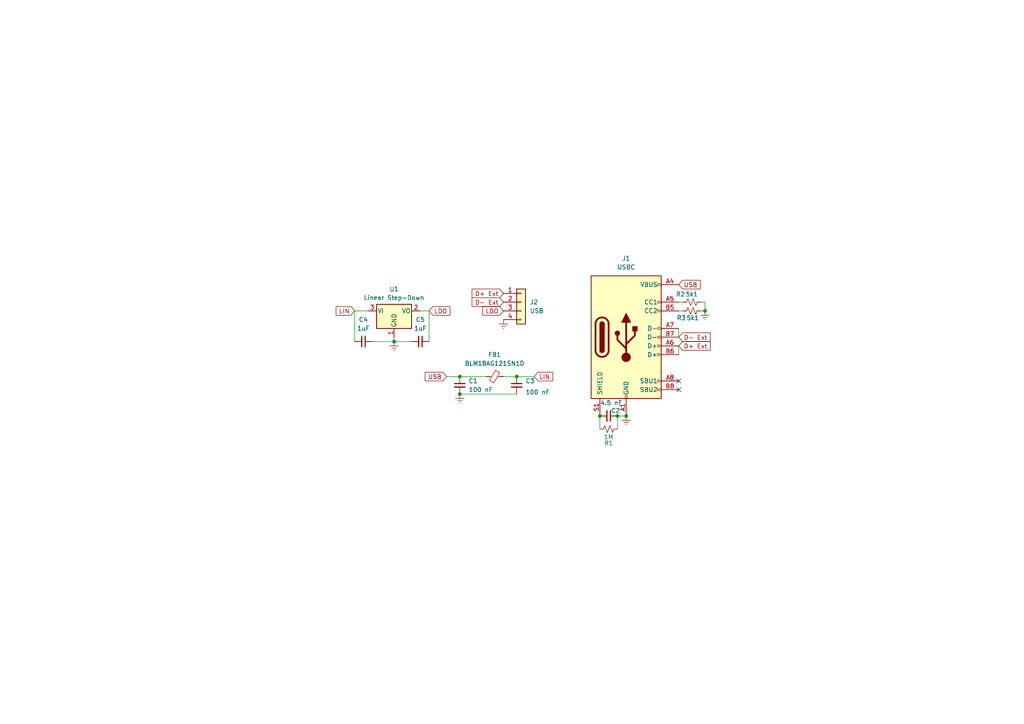
<source format=kicad_sch>
(kicad_sch (version 20231120) (generator "eeschema") (generator_version "8.0")
  (paper "A4")
  (lib_symbols
    (symbol "Connector:USB_C_Receptacle_USB2.0" (pin_names (offset 1.016))
      (property "Reference" "J" (at -10.16 19.05 0))
      (property "Value" "USB_C_Receptacle_USB2.0" (at 19.05 19.05 0))
      (symbol "USB_C_Receptacle_USB2.0_0_0"
        (rectangle (start -0.254 -17.78) (end 0.254 -16.764))
        (rectangle (start 10.16 -14.986) (end 9.144 -15.494))
        (rectangle (start 10.16 -12.446) (end 9.144 -12.954))
        (rectangle (start 10.16 -4.826) (end 9.144 -5.334))
        (rectangle (start 10.16 -2.286) (end 9.144 -2.794))
        (rectangle (start 10.16 0.254) (end 9.144 -0.254))
        (rectangle (start 10.16 2.794) (end 9.144 2.286))
        (rectangle (start 10.16 7.874) (end 9.144 7.366))
        (rectangle (start 10.16 10.414) (end 9.144 9.906))
        (rectangle (start 10.16 15.494) (end 9.144 14.986))
      )
      (symbol "USB_C_Receptacle_USB2.0_0_1"
        (rectangle (start -10.16 17.78) (end 10.16 -17.78) (stroke (width 0.254)) (fill (type background)))
        (arc (start -8.89 -3.81) (mid -6.985 -5.7067) (end -5.08 -3.81) (stroke (width 0.508)))
        (arc (start -7.62 -3.81) (mid -6.985 -4.4423) (end -6.35 -3.81) (stroke (width 0.254)))
        (arc (start -7.62 -3.81) (mid -6.985 -4.4423) (end -6.35 -3.81) (stroke (width 0.254)) (fill (type outline)))
        (rectangle (start -7.62 -3.81) (end -6.35 3.81) (stroke (width 0.254)) (fill (type outline)))
        (arc (start -6.35 3.81) (mid -6.985 4.4423) (end -7.62 3.81) (stroke (width 0.254)))
        (arc (start -6.35 3.81) (mid -6.985 4.4423) (end -7.62 3.81) (stroke (width 0.254)) (fill (type outline)))
        (arc (start -5.08 3.81) (mid -6.985 5.7067) (end -8.89 3.81) (stroke (width 0.508)))
        (circle (center -2.54 1.143) (radius 0.635) (stroke (width 0.254)) (fill (type outline)))
        (circle (center 0 -5.842) (radius 1.27) (fill (type outline)))
        (polyline (pts (xy -8.89 -3.81) (xy -8.89 3.81)) (stroke (width 0.508)))
        (polyline (pts (xy -5.08 3.81) (xy -5.08 -3.81)) (stroke (width 0.508)))
        (polyline (pts (xy 0 -5.842) (xy 0 4.318)) (stroke (width 0.508)))
        (polyline (pts (xy 0 -3.302) (xy -2.54 -0.762) (xy -2.54 0.508)) (stroke (width 0.508)))
        (polyline (pts (xy 0 -2.032) (xy 2.54 0.508) (xy 2.54 1.778)) (stroke (width 0.508)))
        (polyline (pts (xy -1.27 4.318) (xy 0 6.858) (xy 1.27 4.318) (xy -1.27 4.318)) (stroke (width 0.254)) (fill (type outline)))
        (rectangle (start 1.905 1.778) (end 3.175 3.048) (stroke (width 0.254)) (fill (type outline)))
      )
      (symbol "USB_C_Receptacle_USB2.0_1_1"
        (pin passive line (at 0 -22.86 90) (length 5.08) (name "GND") (number "A1"))
        (pin passive line (at 0 -22.86 90) (length 5.08) hide (name "GND") (number "A12"))
        (pin passive line (at 15.24 15.24 180) (length 5.08) (name "VBUS") (number "A4"))
        (pin bidirectional line (at 15.24 10.16 180) (length 5.08) (name "CC1") (number "A5"))
        (pin bidirectional line (at 15.24 -2.54 180) (length 5.08) (name "D+") (number "A6"))
        (pin bidirectional line (at 15.24 2.54 180) (length 5.08) (name "D-") (number "A7"))
        (pin bidirectional line (at 15.24 -12.7 180) (length 5.08) (name "SBU1") (number "A8"))
        (pin passive line (at 15.24 15.24 180) (length 5.08) hide (name "VBUS") (number "A9"))
        (pin passive line (at 0 -22.86 90) (length 5.08) hide (name "GND") (number "B1"))
        (pin passive line (at 0 -22.86 90) (length 5.08) hide (name "GND") (number "B12"))
        (pin passive line (at 15.24 15.24 180) (length 5.08) hide (name "VBUS") (number "B4"))
        (pin bidirectional line (at 15.24 7.62 180) (length 5.08) (name "CC2") (number "B5"))
        (pin bidirectional line (at 15.24 -5.08 180) (length 5.08) (name "D+") (number "B6"))
        (pin bidirectional line (at 15.24 0 180) (length 5.08) (name "D-") (number "B7"))
        (pin bidirectional line (at 15.24 -15.24 180) (length 5.08) (name "SBU2") (number "B8"))
        (pin passive line (at 15.24 15.24 180) (length 5.08) hide (name "VBUS") (number "B9"))
        (pin passive line (at -7.62 -22.86 90) (length 5.08) (name "SHIELD") (number "S1"))
      )
    )
    (symbol "Connector_Generic:Conn_01x04" (pin_names (offset 1.016) hide)
      (property "Reference" "J" (at 0 5.08 0))
      (property "Value" "Conn_01x04" (at 0 -7.62 0))
      (symbol "Conn_01x04_1_1"
        (rectangle (start -1.27 -4.953) (end 0 -5.207) (stroke (width 0.1524)))
        (rectangle (start -1.27 -2.413) (end 0 -2.667) (stroke (width 0.1524)))
        (rectangle (start -1.27 0.127) (end 0 -0.127) (stroke (width 0.1524)))
        (rectangle (start -1.27 2.667) (end 0 2.413) (stroke (width 0.1524)))
        (rectangle (start -1.27 3.81) (end 1.27 -6.35) (stroke (width 0.254)) (fill (type background)))
        (pin passive line (at -5.08 2.54 0) (length 3.81) (name "Pin_1") (number "1"))
        (pin passive line (at -5.08 0 0) (length 3.81) (name "Pin_2") (number "2"))
        (pin passive line (at -5.08 -2.54 0) (length 3.81) (name "Pin_3") (number "3"))
        (pin passive line (at -5.08 -5.08 0) (length 3.81) (name "Pin_4") (number "4"))
      )
    )
    (symbol "Device:C_Small" (pin_numbers hide) (pin_names (offset 0.254) hide)
      (property "Reference" "C" (at 0.254 1.778 0))
      (property "Value" "C_Small" (at 0.254 -2.032 0))
      (symbol "C_Small_0_1"
        (polyline (pts (xy -1.524 -0.508) (xy 1.524 -0.508)) (stroke (width 0.3302)))
        (polyline (pts (xy -1.524 0.508) (xy 1.524 0.508)) (stroke (width 0.3048)))
      )
      (symbol "C_Small_1_1"
        (pin passive line (at 0 2.54 270) (length 2.032) (name "~") (number "1"))
        (pin passive line (at 0 -2.54 90) (length 2.032) (name "~") (number "2"))
      )
    )
    (symbol "Device:FerriteBead_Small" (pin_numbers hide) (pin_names (offset 0))
      (property "Reference" "FB" (at 1.905 1.27 0))
      (property "Value" "FerriteBead_Small" (at 1.905 -1.27 0))
      (symbol "FerriteBead_Small_0_1"
        (polyline (pts (xy 0 -1.27) (xy 0 -0.7874)))
        (polyline (pts (xy 0 0.889) (xy 0 1.2954)))
        (polyline (pts (xy -1.8288 0.2794) (xy -1.1176 1.4986) (xy 1.8288 -0.2032) (xy 1.1176 -1.4224) (xy -1.8288 0.2794)))
      )
      (symbol "FerriteBead_Small_1_1"
        (pin passive line (at 0 2.54 270) (length 1.27) (name "~") (number "1"))
        (pin passive line (at 0 -2.54 90) (length 1.27) (name "~") (number "2"))
      )
    )
    (symbol "Device:R_Small_US" (pin_numbers hide) (pin_names (offset 0.254) hide)
      (property "Reference" "R" (at 0.762 0.508 0))
      (property "Value" "R_Small_US" (at 0.762 -1.016 0))
      (symbol "R_Small_US_1_1"
        (polyline (pts (xy 0 0) (xy 1.016 -0.381) (xy 0 -0.762) (xy -1.016 -1.143) (xy 0 -1.524)))
        (polyline (pts (xy 0 1.524) (xy 1.016 1.143) (xy 0 0.762) (xy -1.016 0.381) (xy 0 0)))
        (pin passive line (at 0 2.54 270) (length 1.016) (name "~") (number "1"))
        (pin passive line (at 0 -2.54 90) (length 1.016) (name "~") (number "2"))
      )
    )
    (symbol "Earth_2" (power) (pin_numbers hide) (pin_names (offset 0) hide)
      (symbol "Earth_2_0_1"
        (polyline (pts (xy -0.635 -1.905) (xy 0.635 -1.905)))
        (polyline (pts (xy -0.127 -2.54) (xy 0.127 -2.54)))
        (polyline (pts (xy 0 -1.27) (xy 0 0)))
        (polyline (pts (xy 1.27 -1.27) (xy -1.27 -1.27)))
      )
      (symbol "Earth_2_1_1"
        (pin power_in line (at 0 0 270) (length 0) hide (name "Earth") (number "1"))
      )
    )
    (symbol "Earth_4" (power) (pin_numbers hide) (pin_names (offset 0) hide)
      (symbol "Earth_4_0_1"
        (polyline (pts (xy -0.635 -1.905) (xy 0.635 -1.905)))
        (polyline (pts (xy -0.127 -2.54) (xy 0.127 -2.54)))
        (polyline (pts (xy 0 -1.27) (xy 0 0)))
        (polyline (pts (xy 1.27 -1.27) (xy -1.27 -1.27)))
      )
      (symbol "Earth_4_1_1"
        (pin power_in line (at 0 0 270) (length 0) hide (name "Earth") (number "1"))
      )
    )
    (symbol "Regulator_Linear:MCP1700x-330xxTT" (pin_names (offset 0.254))
      (property "Reference" "U" (at -3.81 3.175 0))
      (property "Value" "MCP1700x-330xxTT" (at 0 3.175 0))
      (symbol "MCP1700x-330xxTT_0_1"
        (rectangle (start -5.08 1.905) (end 5.08 -5.08) (stroke (width 0.254)) (fill (type background)))
      )
      (symbol "MCP1700x-330xxTT_1_1"
        (pin power_in line (at 0 -7.62 90) (length 2.54) (name "GND") (number "1"))
        (pin power_out line (at 7.62 0 180) (length 2.54) (name "VO") (number "2"))
        (pin power_in line (at -7.62 0 0) (length 2.54) (name "VI") (number "3"))
      )
    )
  )
  (junction (at 204.47 90.17))
  (junction (at 133.35 114.3))
  (junction (at 173.99 120.65))
  (junction (at 114.3 99.06))
  (junction (at 149.86 109.22))
  (junction (at 181.61 120.65))
  (junction (at 133.35 109.22))
  (junction (at 179.07 120.65))
  (no_connect (at 196.85 110.49))
  (no_connect (at 196.85 113.03))
  (wire (pts (xy 204.47 90.17) (xy 204.47 87.63)))
  (wire (pts (xy 204.47 87.63) (xy 203.2 87.63)))
  (wire (pts (xy 114.3 99.06) (xy 119.38 99.06)))
  (wire (pts (xy 196.85 100.33) (xy 196.85 102.87)))
  (wire (pts (xy 129.54 109.22) (xy 133.35 109.22)))
  (wire (pts (xy 179.07 120.65) (xy 179.07 124.46)))
  (wire (pts (xy 173.99 124.46) (xy 173.99 120.65)))
  (wire (pts (xy 149.86 109.22) (xy 154.94 109.22)))
  (wire (pts (xy 102.87 90.17) (xy 102.87 99.06)))
  (wire (pts (xy 179.07 120.65) (xy 181.61 120.65)))
  (wire (pts (xy 107.95 99.06) (xy 114.3 99.06)))
  (wire (pts (xy 121.92 90.17) (xy 124.46 90.17)))
  (wire (pts (xy 204.47 90.17) (xy 203.2 90.17)))
  (wire (pts (xy 198.12 90.17) (xy 196.85 90.17)))
  (wire (pts (xy 146.05 109.22) (xy 149.86 109.22)))
  (wire (pts (xy 124.46 90.17) (xy 124.46 99.06)))
  (wire (pts (xy 114.3 97.79) (xy 114.3 99.06)))
  (wire (pts (xy 198.12 87.63) (xy 196.85 87.63)))
  (wire (pts (xy 149.86 114.3) (xy 133.35 114.3)))
  (wire (pts (xy 133.35 109.22) (xy 140.97 109.22)))
  (wire (pts (xy 102.87 90.17) (xy 106.68 90.17)))
  (wire (pts (xy 196.85 95.25) (xy 196.85 97.79)))
  (global_label "USB" (shape input) (at 196.85 82.55 0) (property "Intersheetrefs" "${INTERSHEET_REFS}" (effects (hide yes))))
  (global_label "D+ Ext" (shape input) (at 196.85 100.33 0) (property "Intersheetrefs" "${INTERSHEET_REFS}" (effects (hide yes))))
  (global_label "LDO" (shape input) (at 146.05 90.17 180) (property "Intersheetrefs" "${INTERSHEET_REFS}" (effects (hide yes))))
  (global_label "D- Ext" (shape input) (at 146.05 87.63 180) (property "Intersheetrefs" "${INTERSHEET_REFS}" (effects (hide yes))))
  (global_label "D+ Ext" (shape input) (at 146.05 85.09 180) (property "Intersheetrefs" "${INTERSHEET_REFS}" (effects (hide yes))))
  (global_label "USB" (shape input) (at 129.54 109.22 180) (property "Intersheetrefs" "${INTERSHEET_REFS}" (effects (hide yes))))
  (global_label "LIN" (shape input) (at 154.94 109.22 0) (property "Intersheetrefs" "${INTERSHEET_REFS}" (effects (hide yes))))
  (global_label "D- Ext" (shape input) (at 196.85 97.79 0) (property "Intersheetrefs" "${INTERSHEET_REFS}" (effects (hide yes))))
  (global_label "LIN" (shape input) (at 102.87 90.17 180) (property "Intersheetrefs" "${INTERSHEET_REFS}" (effects (hide yes))))
  (global_label "LDO" (shape input) (at 124.46 90.17 0) (property "Intersheetrefs" "${INTERSHEET_REFS}" (effects (hide yes))))
  (symbol (lib_id "Device:R_Small_US") (at 176.53 124.46 90) (unit 1)
    (property "Reference" "R1" (at 176.53 128.524 90))
    (property "Value" "1M" (at 176.53 126.746 90))
    (property "Footprint" "Resistor_SMD:R_0805_2012Metric_Pad1.20x1.40mm_HandSolder" (effects (hide yes)))
    (property "Description" "Resistor, small US symbol" (effects (hide yes)))
  )
  (symbol (lib_id "Device:FerriteBead_Small") (at 143.51 109.22 90) (unit 1)
    (property "Reference" "FB1" (at 143.4719 102.87 90))
    (property "Value" "BLM18AG121SN1D" (at 143.4719 105.41 90))
    (property "Footprint" "Resistor_SMD:R_0603_1608Metric_Pad0.98x0.95mm_HandSolder" (effects (hide yes)))
    (property "Description" "Ferrite bead, small symbol" (effects (hide yes)))
  )
  (symbol (lib_id "Device:C_Small") (at 149.86 111.76 0) (unit 1)
    (property "Reference" "C3" (at 152.4 110.4962 0) (effects (justify left)))
    (property "Value" "100 nF" (at 152.4 113.0362 0) (effects (justify left top)))
    (property "Footprint" "Capacitor_SMD:C_0805_2012Metric_Pad1.18x1.45mm_HandSolder" (effects (hide yes)))
    (property "Description" "Unpolarized capacitor, small symbol" (effects (hide yes)))
  )
  (symbol (lib_name "Earth_2") (lib_id "power:Earth") (at 114.3 99.06 0) (unit 1)
    (property "Reference" "#PWR05" (effects (hide yes)))
    (property "Value" "Earth" (effects (hide yes)))
  )
  (symbol (lib_name "Earth_4") (lib_id "power:Earth") (at 204.47 90.17 0) (unit 1)
    (property "Reference" "#PWR04" (effects (hide yes)))
    (property "Value" "Earth" (effects (hide yes)))
  )
  (symbol (lib_id "Device:C_Small") (at 105.41 99.06 270) (unit 1)
    (property "Reference" "C4" (at 105.4036 92.71 90))
    (property "Value" "1uF" (at 105.4036 95.25 90))
    (property "Footprint" "Capacitor_SMD:C_0805_2012Metric_Pad1.18x1.45mm_HandSolder" (effects (hide yes)))
    (property "Description" "Unpolarized capacitor, small symbol" (effects (hide yes)))
  )
  (symbol (lib_id "Device:R_Small_US") (at 200.66 87.63 270) (unit 1)
    (property "Reference" "R2" (at 197.358 85.344 90))
    (property "Value" "5k1" (at 200.66 85.344 90))
    (property "Footprint" "Resistor_SMD:R_0805_2012Metric_Pad1.20x1.40mm_HandSolder" (effects (hide yes)))
    (property "Description" "Resistor, small US symbol" (effects (hide yes)))
  )
  (symbol (lib_id "Regulator_Linear:MCP1700x-330xxTT") (at 114.3 90.17 0) (unit 1)
    (property "Reference" "U1" (at 114.3 83.82 0))
    (property "Value" "Linear Step-Down" (at 114.3 86.36 0))
    (property "Footprint" "LDO:MCP1700" (effects (hide yes)))
    (property "Description" "250mA Low Quiscent Current LDO, 3.3V output, SOT-23" (effects (hide yes)))
  )
  (symbol (lib_name "Earth_2") (lib_id "power:Earth") (at 133.35 114.3 0) (unit 1)
    (property "Reference" "#PWR01" (effects (hide yes)))
    (property "Value" "Earth" (effects (hide yes)))
  )
  (symbol (lib_id "Device:C_Small") (at 133.35 111.76 0) (unit 1)
    (property "Reference" "C1" (at 135.89 110.4962 0) (effects (justify left)))
    (property "Value" "100 nF" (at 135.89 113.0362 0) (effects (justify left)))
    (property "Footprint" "Capacitor_SMD:C_0805_2012Metric_Pad1.18x1.45mm_HandSolder" (effects (hide yes)))
    (property "Description" "Unpolarized capacitor, small symbol" (effects (hide yes)))
  )
  (symbol (lib_id "Device:C_Small") (at 176.53 120.65 270) (unit 1)
    (property "Reference" "C2" (at 178.562 119.126 90))
    (property "Value" "4.5 nF" (at 177.292 116.84 90))
    (property "Footprint" "Capacitor_SMD:C_0805_2012Metric_Pad1.18x1.45mm_HandSolder" (effects (hide yes)))
    (property "Description" "Unpolarized capacitor, small symbol" (effects (hide yes)))
  )
  (symbol (lib_id "Device:C_Small") (at 121.92 99.06 270) (unit 1)
    (property "Reference" "C5" (at 121.9136 92.71 90))
    (property "Value" "1uF" (at 121.9136 95.25 90))
    (property "Footprint" "Capacitor_SMD:C_0805_2012Metric_Pad1.18x1.45mm_HandSolder" (effects (hide yes)))
    (property "Description" "Unpolarized capacitor, small symbol" (effects (hide yes)))
  )
  (symbol (lib_id "Connector_Generic:Conn_01x04") (at 151.13 87.63 0) (unit 1)
    (property "Reference" "J2" (at 153.67 87.6299 0) (effects (justify left)))
    (property "Value" "USB" (at 153.67 90.1699 0) (effects (justify left)))
    (property "Footprint" "Connector_PinHeader_2.54mm:PinHeader_1x04_P2.54mm_Vertical" (effects (hide yes)))
    (property "Description" "Generic connector, single row, 01x04, script generated (kicad-library-utils/schlib/autogen/connector/)" (effects (hide yes)))
  )
  (symbol (lib_id "Device:R_Small_US") (at 200.66 90.17 270) (unit 1)
    (property "Reference" "R3" (at 197.612 92.202 90))
    (property "Value" "5k1" (at 200.914 92.202 90))
    (property "Footprint" "Resistor_SMD:R_0805_2012Metric_Pad1.20x1.40mm_HandSolder" (effects (hide yes)))
    (property "Description" "Resistor, small US symbol" (effects (hide yes)))
  )
  (symbol (lib_name "Earth_4") (lib_id "power:Earth") (at 181.61 120.65 0) (unit 1)
    (property "Reference" "#PWR02" (effects (hide yes)))
    (property "Value" "Earth" (effects (hide yes)))
  )
  (symbol (lib_id "Connector:USB_C_Receptacle_USB2.0") (at 181.61 97.79 0) (unit 1)
    (property "Reference" "J1" (at 181.61 74.93 0))
    (property "Value" "USBC" (at 181.61 77.47 0))
    (property "Footprint" "Connector_USB:USB_C_Receptacle_GCT_USB4105-xx-A_16P_TopMnt_Horizontal" (effects (hide yes)))
    (property "Description" "USB 2.0-only Type-C Receptacle connector" (effects (hide yes)))
  )
  (symbol (lib_name "Earth_4") (lib_id "power:Earth") (at 146.05 92.71 0) (unit 1)
    (property "Reference" "#PWR03" (effects (hide yes)))
    (property "Value" "Earth" (effects (hide yes)))
  )
)
</source>
